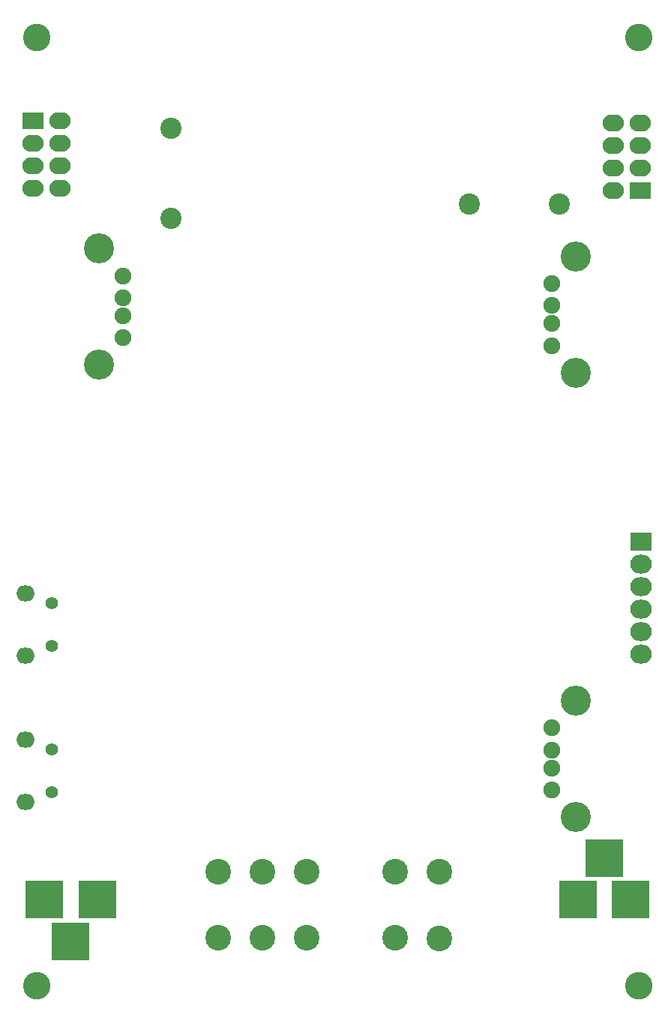
<source format=gbs>
G04 #@! TF.FileFunction,Soldermask,Bot*
%FSLAX46Y46*%
G04 Gerber Fmt 4.6, Leading zero omitted, Abs format (unit mm)*
G04 Created by KiCad (PCBNEW 4.0.2-stable) date Monday, 12 December 2016 'pmt' 19:53:29*
%MOMM*%
G01*
G04 APERTURE LIST*
%ADD10C,0.100000*%
%ADD11C,3.100000*%
%ADD12C,2.900000*%
%ADD13C,3.399740*%
%ADD14C,1.901140*%
%ADD15O,2.400000X1.900000*%
%ADD16R,2.400000X1.900000*%
%ADD17R,4.200000X4.200000*%
%ADD18C,2.398980*%
%ADD19R,2.432000X2.127200*%
%ADD20O,2.432000X2.127200*%
%ADD21C,1.400000*%
%ADD22O,2.100000X1.800000*%
G04 APERTURE END LIST*
D10*
D11*
X122000000Y-37000000D03*
X190000000Y-37000000D03*
X122000000Y-144000000D03*
D12*
X167529520Y-131150480D03*
X152529520Y-131150480D03*
X147529520Y-131150480D03*
X142529520Y-131150480D03*
X142529520Y-138600480D03*
X147529520Y-138600480D03*
X152529520Y-138600480D03*
X167519520Y-138660480D03*
X162529520Y-131150480D03*
X162529520Y-138600480D03*
D13*
X182865380Y-74796460D03*
X182865380Y-61654500D03*
D14*
X180155200Y-71725600D03*
X180155200Y-69226240D03*
X180155200Y-67224720D03*
X180155200Y-64725360D03*
D13*
X129029140Y-60779020D03*
X129029140Y-73920980D03*
D14*
X131739320Y-63849880D03*
X131739320Y-66349240D03*
X131739320Y-68350760D03*
X131739320Y-70850120D03*
D15*
X187164520Y-46635480D03*
X190204520Y-46635480D03*
D16*
X190204520Y-54255480D03*
D15*
X187164520Y-54255480D03*
X190204520Y-51715480D03*
X187164520Y-51715480D03*
X190204520Y-49175480D03*
X187164520Y-49175480D03*
X124670000Y-54010000D03*
X121630000Y-54010000D03*
D16*
X121630000Y-46390000D03*
D15*
X124670000Y-46390000D03*
X121630000Y-48930000D03*
X124670000Y-48930000D03*
X121630000Y-51470000D03*
X124670000Y-51470000D03*
D17*
X183119380Y-134265480D03*
X189118860Y-134265480D03*
X186119120Y-129566480D03*
D13*
X182865380Y-124961460D03*
X182865380Y-111819500D03*
D14*
X180155200Y-121890600D03*
X180155200Y-119391240D03*
X180155200Y-117389720D03*
X180155200Y-114890360D03*
D17*
X128844660Y-134265480D03*
X122845180Y-134265480D03*
X125844920Y-138964480D03*
D18*
X137160000Y-57404000D03*
X137160000Y-47244000D03*
X181051200Y-55778400D03*
X170891200Y-55778400D03*
D19*
X190246000Y-93878400D03*
D20*
X190246000Y-96418400D03*
X190246000Y-98958400D03*
X190246000Y-101498400D03*
X190246000Y-104038400D03*
X190246000Y-106578400D03*
D11*
X190000000Y-144000000D03*
D21*
X123725000Y-100775000D03*
X123725000Y-105625000D03*
D22*
X120725000Y-99687500D03*
X120725000Y-106712500D03*
D21*
X123725000Y-117275000D03*
X123725000Y-122125000D03*
D22*
X120725000Y-116187500D03*
X120725000Y-123212500D03*
M02*

</source>
